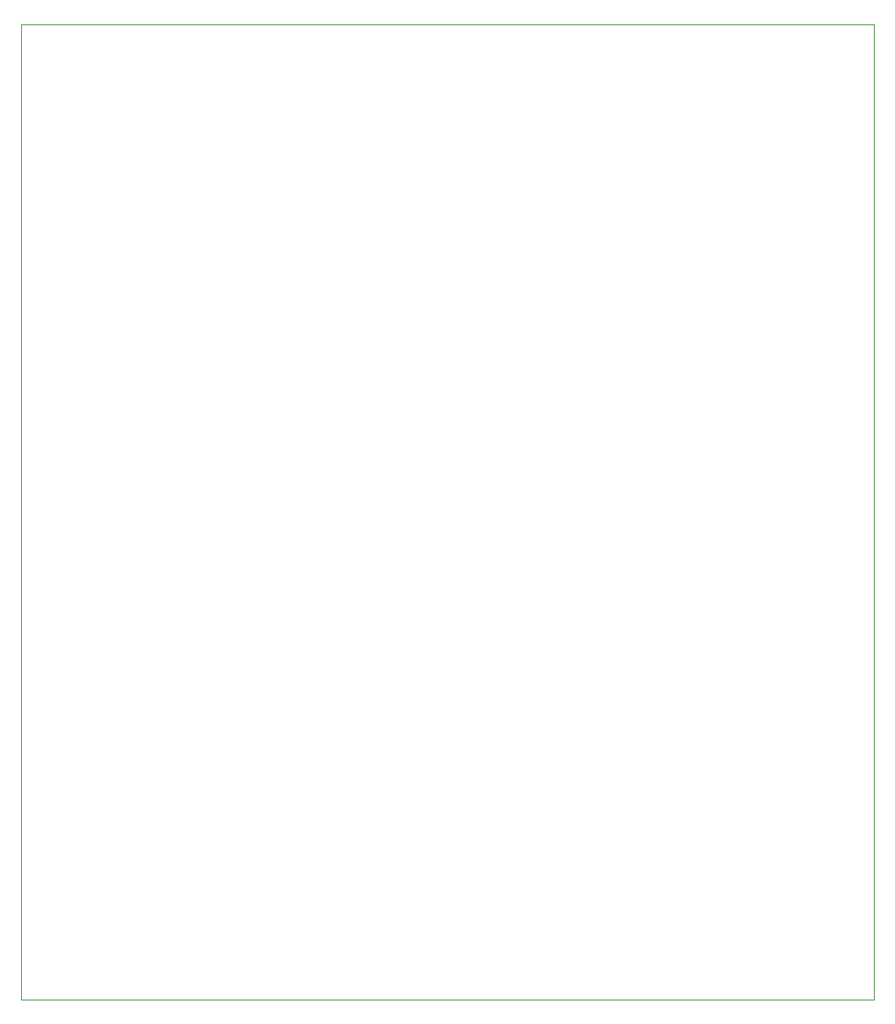
<source format=gbr>
G04 ===== Begin FILE IDENTIFICATION =====*
G04 File Format:  Gerber RS274X*
G04 ===== End FILE IDENTIFICATION =====*
%FSLAX26Y26*%
%MOIN*%
%SFA1.0000B1.0000*%
%OFA0.0B0.0*%
%ADD14C,0.000001*%
%LNdefault*%
%IPPOS*%
%LPD*%
G75*
D14*
G01X0Y4000000D02*
G01X3500000D01*
G01Y0D01*
G01X0D01*
G01Y4000000D01*
M02*


</source>
